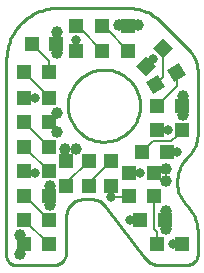
<source format=gtl>
G75*
%MOIN*%
%OFA0B0*%
%FSLAX24Y24*%
%IPPOS*%
%LPD*%
%AMOC8*
5,1,8,0,0,1.08239X$1,22.5*
%
%ADD10C,0.0100*%
%ADD11R,0.0472X0.0472*%
%ADD12R,0.0472X0.0472*%
%ADD13C,0.0397*%
%ADD14C,0.0060*%
%ADD15C,0.0317*%
D10*
X002671Y002579D02*
X003996Y002579D01*
X004036Y002584D01*
X004074Y002592D01*
X004112Y002604D01*
X004148Y002619D01*
X004183Y002638D01*
X004216Y002660D01*
X004247Y002684D01*
X004276Y002712D01*
X004302Y002742D01*
X004324Y002774D01*
X004344Y002808D01*
X004361Y002844D01*
X004374Y002881D01*
X004384Y002919D01*
X004390Y002958D01*
X004393Y002998D01*
X004392Y003037D01*
X004392Y004208D01*
X004394Y004254D01*
X004400Y004300D01*
X004409Y004345D01*
X004422Y004390D01*
X004439Y004433D01*
X004459Y004474D01*
X004483Y004514D01*
X004510Y004551D01*
X004540Y004587D01*
X004572Y004619D01*
X004608Y004649D01*
X004645Y004676D01*
X004685Y004700D01*
X004726Y004720D01*
X004769Y004737D01*
X004814Y004750D01*
X004859Y004759D01*
X004905Y004765D01*
X004951Y004767D01*
X005240Y004767D01*
X005684Y004547D02*
X006987Y002844D01*
X007396Y002579D02*
X008413Y002579D01*
X008450Y002581D01*
X008487Y002587D01*
X008522Y002596D01*
X008557Y002610D01*
X008590Y002626D01*
X008621Y002647D01*
X008650Y002670D01*
X008676Y002696D01*
X008699Y002725D01*
X008720Y002756D01*
X008736Y002789D01*
X008750Y002824D01*
X008759Y002859D01*
X008765Y002896D01*
X008767Y002933D01*
X008767Y003609D01*
X008390Y004581D02*
X008385Y004586D01*
X008386Y004586D02*
X008343Y004632D01*
X008302Y004680D01*
X008265Y004731D01*
X008231Y004784D01*
X008200Y004839D01*
X008172Y004896D01*
X008148Y004954D01*
X008127Y005013D01*
X008110Y005074D01*
X008097Y005136D01*
X008088Y005198D01*
X008082Y005261D01*
X008080Y005324D01*
X008454Y006204D02*
X008454Y006204D01*
X008767Y006959D02*
X008767Y009017D01*
X008457Y009764D02*
X007522Y010699D01*
X006453Y011142D02*
X004130Y011142D01*
X004129Y011142D02*
X004048Y011141D01*
X003967Y011137D01*
X003886Y011129D01*
X003806Y011117D01*
X003726Y011101D01*
X003647Y011081D01*
X003569Y011058D01*
X003493Y011031D01*
X003417Y011000D01*
X003344Y010966D01*
X003272Y010929D01*
X003202Y010888D01*
X003133Y010843D01*
X003068Y010796D01*
X003004Y010745D01*
X002943Y010692D01*
X002884Y010635D01*
X002829Y010576D01*
X002776Y010515D01*
X002726Y010450D01*
X002679Y010384D01*
X002636Y010315D01*
X002595Y010245D01*
X002559Y010172D01*
X002525Y010098D01*
X002495Y010023D01*
X002469Y009946D01*
X002447Y009868D01*
X002428Y009789D01*
X002413Y009709D01*
X002402Y009628D01*
X002395Y009547D01*
X002391Y009466D01*
X002392Y009466D02*
X002392Y002921D01*
X002390Y002889D01*
X002392Y002856D01*
X002397Y002824D01*
X002406Y002792D01*
X002418Y002762D01*
X002433Y002733D01*
X002450Y002705D01*
X002471Y002680D01*
X002494Y002657D01*
X002520Y002637D01*
X002547Y002619D01*
X002576Y002604D01*
X002607Y002593D01*
X002639Y002585D01*
X002671Y002580D01*
X005240Y004767D02*
X005287Y004765D01*
X005333Y004759D01*
X005378Y004750D01*
X005423Y004736D01*
X005467Y004719D01*
X005508Y004698D01*
X005548Y004674D01*
X005586Y004647D01*
X005621Y004617D01*
X005654Y004583D01*
X005684Y004548D01*
X008390Y004581D02*
X008438Y004529D01*
X008483Y004473D01*
X008525Y004416D01*
X008564Y004356D01*
X008600Y004294D01*
X008632Y004231D01*
X008662Y004166D01*
X008687Y004099D01*
X008710Y004031D01*
X008728Y003962D01*
X008743Y003893D01*
X008755Y003822D01*
X008762Y003751D01*
X008766Y003680D01*
X008767Y003609D01*
X007397Y002580D02*
X007351Y002587D01*
X007307Y002598D01*
X007263Y002612D01*
X007221Y002631D01*
X007181Y002652D01*
X007142Y002677D01*
X007106Y002705D01*
X007072Y002736D01*
X007041Y002770D01*
X007013Y002806D01*
X006988Y002844D01*
X008079Y005324D02*
X008081Y005389D01*
X008087Y005455D01*
X008096Y005519D01*
X008109Y005584D01*
X008125Y005647D01*
X008144Y005710D01*
X008167Y005771D01*
X008192Y005831D01*
X008221Y005890D01*
X008253Y005947D01*
X008288Y006003D01*
X008325Y006056D01*
X008366Y006108D01*
X008409Y006157D01*
X008454Y006204D01*
X008455Y006204D02*
X008499Y006251D01*
X008540Y006301D01*
X008578Y006353D01*
X008613Y006407D01*
X008645Y006463D01*
X008673Y006521D01*
X008698Y006581D01*
X008719Y006642D01*
X008736Y006704D01*
X008750Y006767D01*
X008759Y006830D01*
X008765Y006895D01*
X008767Y006959D01*
X008455Y006204D02*
X008454Y006203D01*
X008766Y009017D02*
X008764Y009081D01*
X008758Y009144D01*
X008749Y009207D01*
X008735Y009270D01*
X008718Y009331D01*
X008697Y009391D01*
X008673Y009450D01*
X008645Y009508D01*
X008614Y009563D01*
X008579Y009617D01*
X008541Y009668D01*
X008500Y009717D01*
X008457Y009764D01*
X007522Y010699D02*
X007468Y010750D01*
X007412Y010799D01*
X007354Y010844D01*
X007293Y010887D01*
X007230Y010927D01*
X007166Y010963D01*
X007099Y010997D01*
X007032Y011027D01*
X006962Y011054D01*
X006892Y011077D01*
X006820Y011097D01*
X006748Y011113D01*
X006675Y011126D01*
X006601Y011135D01*
X006527Y011140D01*
X006453Y011142D01*
X004442Y007892D02*
X004444Y007961D01*
X004450Y008030D01*
X004460Y008098D01*
X004474Y008166D01*
X004491Y008233D01*
X004513Y008299D01*
X004538Y008363D01*
X004567Y008426D01*
X004600Y008487D01*
X004636Y008546D01*
X004675Y008603D01*
X004718Y008657D01*
X004763Y008709D01*
X004812Y008759D01*
X004863Y008805D01*
X004917Y008848D01*
X004974Y008889D01*
X005032Y008925D01*
X005093Y008959D01*
X005155Y008989D01*
X005219Y009015D01*
X005284Y009037D01*
X005351Y009056D01*
X005419Y009071D01*
X005487Y009082D01*
X005556Y009089D01*
X005625Y009092D01*
X005694Y009091D01*
X005763Y009086D01*
X005831Y009077D01*
X005899Y009064D01*
X005966Y009047D01*
X006033Y009027D01*
X006097Y009002D01*
X006160Y008974D01*
X006222Y008943D01*
X006281Y008907D01*
X006339Y008869D01*
X006394Y008827D01*
X006447Y008782D01*
X006497Y008734D01*
X006544Y008684D01*
X006588Y008630D01*
X006629Y008575D01*
X006667Y008517D01*
X006701Y008457D01*
X006732Y008395D01*
X006759Y008331D01*
X006782Y008266D01*
X006802Y008200D01*
X006818Y008132D01*
X006830Y008064D01*
X006838Y007996D01*
X006842Y007927D01*
X006842Y007857D01*
X006838Y007788D01*
X006830Y007720D01*
X006818Y007652D01*
X006802Y007584D01*
X006782Y007518D01*
X006759Y007453D01*
X006732Y007389D01*
X006701Y007327D01*
X006667Y007267D01*
X006629Y007209D01*
X006588Y007154D01*
X006544Y007100D01*
X006497Y007050D01*
X006447Y007002D01*
X006394Y006957D01*
X006339Y006915D01*
X006281Y006877D01*
X006222Y006841D01*
X006160Y006810D01*
X006097Y006782D01*
X006033Y006757D01*
X005966Y006737D01*
X005899Y006720D01*
X005831Y006707D01*
X005763Y006698D01*
X005694Y006693D01*
X005625Y006692D01*
X005556Y006695D01*
X005487Y006702D01*
X005419Y006713D01*
X005351Y006728D01*
X005284Y006747D01*
X005219Y006769D01*
X005155Y006795D01*
X005093Y006825D01*
X005032Y006859D01*
X004974Y006895D01*
X004917Y006936D01*
X004863Y006979D01*
X004812Y007025D01*
X004763Y007075D01*
X004718Y007127D01*
X004675Y007181D01*
X004636Y007238D01*
X004600Y007297D01*
X004567Y007358D01*
X004538Y007421D01*
X004513Y007485D01*
X004491Y007551D01*
X004474Y007618D01*
X004460Y007686D01*
X004450Y007754D01*
X004444Y007823D01*
X004442Y007892D01*
D11*
X003805Y008142D03*
X003805Y007329D03*
X003805Y006517D03*
X004392Y006055D03*
X003805Y005704D03*
X004392Y005228D03*
X003805Y004892D03*
X003805Y004079D03*
X003805Y003267D03*
X002978Y003267D03*
X002978Y004079D03*
X002978Y004892D03*
X002978Y005704D03*
X002978Y006517D03*
X002978Y007329D03*
X002978Y008142D03*
X002978Y009017D03*
X003805Y009017D03*
X004055Y009954D03*
X004704Y009728D03*
X004704Y010555D03*
X005579Y010555D03*
X005579Y009728D03*
X006454Y009728D03*
X006454Y010555D03*
X007416Y007892D03*
X007416Y007079D03*
X007743Y006329D03*
X007305Y005642D03*
X007305Y004892D03*
X006478Y004892D03*
X005892Y005228D03*
X006478Y005642D03*
X005892Y006055D03*
X005142Y006055D03*
X005142Y005228D03*
X006853Y004079D03*
X007680Y004079D03*
X007416Y003267D03*
X008243Y003267D03*
X006916Y006329D03*
X008243Y007079D03*
X008243Y007892D03*
X003228Y009954D03*
D12*
G36*
X007037Y008881D02*
X006704Y009214D01*
X007037Y009547D01*
X007370Y009214D01*
X007037Y008881D01*
G37*
G36*
X007265Y008265D02*
X007029Y008673D01*
X007437Y008909D01*
X007673Y008501D01*
X007265Y008265D01*
G37*
G36*
X007981Y008678D02*
X007745Y009086D01*
X008153Y009322D01*
X008389Y008914D01*
X007981Y008678D01*
G37*
G36*
X007621Y009465D02*
X007288Y009798D01*
X007621Y010131D01*
X007954Y009798D01*
X007621Y009465D01*
G37*
D13*
X006767Y010579D03*
X006142Y010579D03*
X004079Y010329D03*
X004079Y009642D03*
X004079Y007642D03*
X004079Y007017D03*
X004329Y006454D03*
X004704Y006454D03*
X003829Y005204D03*
X003829Y004579D03*
X002829Y003579D03*
X002829Y002954D03*
X007704Y003767D03*
X007704Y004392D03*
X007704Y005392D03*
X007704Y005767D03*
X008267Y007579D03*
X008267Y008204D03*
D14*
X008243Y008180D01*
X008243Y007892D01*
X008243Y007603D01*
X008267Y007579D01*
X008243Y007079D02*
X008079Y007079D01*
X008079Y006892D01*
X007892Y006704D01*
X007291Y006704D01*
X006916Y006329D01*
X007430Y005767D02*
X007305Y005642D01*
X007430Y005767D02*
X007704Y005767D01*
X007704Y005392D01*
X007305Y004892D02*
X007305Y003791D01*
X007416Y003680D01*
X007416Y003267D01*
X007704Y003767D02*
X007680Y003791D01*
X007680Y004079D01*
X007680Y004368D01*
X007704Y004392D01*
X006853Y004079D02*
X006517Y004079D01*
X006416Y004829D02*
X005892Y004829D01*
X005892Y005228D01*
X006416Y004829D02*
X006478Y004892D01*
X006478Y005642D02*
X006829Y005642D01*
X005892Y006055D02*
X005142Y005305D01*
X005142Y005228D01*
X004392Y005228D02*
X004392Y005305D01*
X005142Y006055D01*
X004704Y006454D02*
X004329Y006454D01*
X004392Y006392D01*
X004392Y006055D01*
X003805Y005704D02*
X002993Y006517D01*
X002978Y006517D01*
X002978Y007329D02*
X002993Y007329D01*
X003805Y006517D01*
X004079Y007017D02*
X004079Y007055D01*
X003805Y007329D01*
X004079Y007603D01*
X004079Y007642D01*
X003805Y008142D02*
X003805Y008190D01*
X002978Y009017D01*
X003805Y009017D02*
X003805Y009377D01*
X003228Y009954D01*
X004055Y009954D02*
X004079Y009978D01*
X004079Y010329D01*
X004079Y009642D01*
X004704Y009728D02*
X004704Y010079D01*
X004704Y009728D02*
X004743Y009728D01*
X004752Y010430D02*
X004877Y010430D01*
X005579Y009728D01*
X005627Y010430D02*
X005752Y010430D01*
X006454Y009728D01*
X007037Y009224D02*
X007267Y009454D01*
X007037Y009224D02*
X007037Y009214D01*
X007621Y008857D02*
X007351Y008587D01*
X007621Y008857D02*
X007621Y009798D01*
X008067Y009000D02*
X008067Y008543D01*
X007416Y007892D01*
X007416Y007079D02*
X007767Y007079D01*
X007416Y007079D02*
X007416Y007041D01*
X007743Y006329D02*
X008079Y006329D01*
X007954Y003267D02*
X008243Y003267D01*
X003805Y003267D02*
X002993Y004079D01*
X002978Y004079D01*
X002829Y003579D02*
X002829Y003416D01*
X002978Y003267D01*
X002829Y003118D01*
X002829Y002954D01*
X003805Y004079D02*
X003180Y004704D01*
X003180Y004892D01*
X002978Y004892D01*
X003041Y005642D02*
X002978Y005704D01*
X003041Y005642D02*
X003329Y005642D01*
X003805Y005180D02*
X003829Y005204D01*
X003805Y005180D02*
X003805Y004892D01*
X003805Y004603D01*
X003829Y004579D01*
X003329Y008142D02*
X002978Y008142D01*
X004752Y010430D02*
X004704Y010555D01*
X005579Y010555D02*
X005627Y010430D01*
X006142Y010579D02*
X006430Y010579D01*
X006454Y010555D01*
X006478Y010579D01*
X006767Y010579D01*
X006454Y010555D02*
X006430Y010454D01*
D15*
X007267Y009454D03*
X007767Y007079D03*
X008079Y006329D03*
X006829Y005642D03*
X005892Y004829D03*
X006517Y004079D03*
X007954Y003267D03*
X003329Y005642D03*
X003329Y008142D03*
X004704Y010079D03*
M02*

</source>
